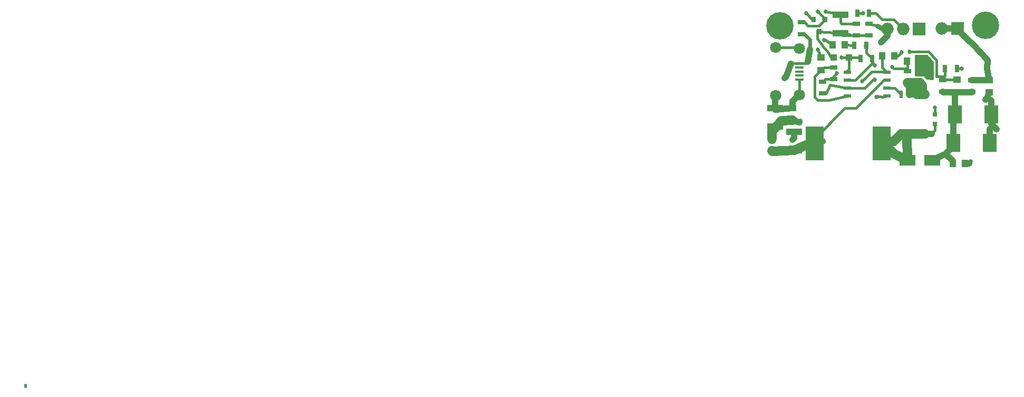
<source format=gtl>
G04 #@! TF.GenerationSoftware,KiCad,Pcbnew,5.1.6-c6e7f7d~87~ubuntu20.04.1*
G04 #@! TF.CreationDate,2021-06-05T20:06:15-07:00*
G04 #@! TF.ProjectId,NixieSupply5vto170vDCMBoostMini,4e697869-6553-4757-9070-6c793576746f,rev?*
G04 #@! TF.SameCoordinates,Original*
G04 #@! TF.FileFunction,Copper,L1,Top*
G04 #@! TF.FilePolarity,Positive*
%FSLAX46Y46*%
G04 Gerber Fmt 4.6, Leading zero omitted, Abs format (unit mm)*
G04 Created by KiCad (PCBNEW 5.1.6-c6e7f7d~87~ubuntu20.04.1) date 2021-06-05 20:06:15*
%MOMM*%
%LPD*%
G01*
G04 APERTURE LIST*
G04 #@! TA.AperFunction,ComponentPad*
%ADD10C,4.400000*%
G04 #@! TD*
G04 #@! TA.AperFunction,SMDPad,CuDef*
%ADD11R,0.800000X0.900000*%
G04 #@! TD*
G04 #@! TA.AperFunction,SMDPad,CuDef*
%ADD12R,1.143000X0.508000*%
G04 #@! TD*
G04 #@! TA.AperFunction,SMDPad,CuDef*
%ADD13R,1.350000X0.400000*%
G04 #@! TD*
G04 #@! TA.AperFunction,ComponentPad*
%ADD14C,1.800000*%
G04 #@! TD*
G04 #@! TA.AperFunction,SMDPad,CuDef*
%ADD15R,0.700000X1.300000*%
G04 #@! TD*
G04 #@! TA.AperFunction,SMDPad,CuDef*
%ADD16R,1.300000X0.700000*%
G04 #@! TD*
G04 #@! TA.AperFunction,SMDPad,CuDef*
%ADD17R,0.750000X0.800000*%
G04 #@! TD*
G04 #@! TA.AperFunction,SMDPad,CuDef*
%ADD18R,1.000000X1.250000*%
G04 #@! TD*
G04 #@! TA.AperFunction,SMDPad,CuDef*
%ADD19R,1.250000X1.000000*%
G04 #@! TD*
G04 #@! TA.AperFunction,SMDPad,CuDef*
%ADD20R,0.508000X1.143000*%
G04 #@! TD*
G04 #@! TA.AperFunction,SMDPad,CuDef*
%ADD21R,1.000000X1.000000*%
G04 #@! TD*
G04 #@! TA.AperFunction,SMDPad,CuDef*
%ADD22R,2.900000X5.400000*%
G04 #@! TD*
G04 #@! TA.AperFunction,SMDPad,CuDef*
%ADD23R,2.200000X3.000000*%
G04 #@! TD*
G04 #@! TA.AperFunction,SMDPad,CuDef*
%ADD24R,2.500000X1.000000*%
G04 #@! TD*
G04 #@! TA.AperFunction,SMDPad,CuDef*
%ADD25R,2.500000X1.800000*%
G04 #@! TD*
G04 #@! TA.AperFunction,ComponentPad*
%ADD26O,1.998980X1.998980*%
G04 #@! TD*
G04 #@! TA.AperFunction,ComponentPad*
%ADD27R,1.998980X1.998980*%
G04 #@! TD*
G04 #@! TA.AperFunction,ViaPad*
%ADD28C,0.685800*%
G04 #@! TD*
G04 #@! TA.AperFunction,Conductor*
%ADD29C,0.381000*%
G04 #@! TD*
G04 #@! TA.AperFunction,Conductor*
%ADD30C,1.000000*%
G04 #@! TD*
G04 #@! TA.AperFunction,Conductor*
%ADD31C,0.400000*%
G04 #@! TD*
G04 #@! TA.AperFunction,Conductor*
%ADD32C,1.500000*%
G04 #@! TD*
G04 #@! TA.AperFunction,Conductor*
%ADD33C,0.800000*%
G04 #@! TD*
G04 #@! TA.AperFunction,Conductor*
%ADD34C,0.600000*%
G04 #@! TD*
G04 #@! TA.AperFunction,Conductor*
%ADD35C,0.254000*%
G04 #@! TD*
G04 APERTURE END LIST*
D10*
G04 #@! TO.P,J2,1*
G04 #@! TO.N,GND*
X171684000Y-85269000D03*
G04 #@! TD*
D11*
G04 #@! TO.P,Q26,1*
G04 #@! TO.N,Net-(Q26-Pad1)*
X145928120Y-84326220D03*
G04 #@! TO.P,Q26,2*
G04 #@! TO.N,GND*
X144028120Y-84326220D03*
G04 #@! TO.P,Q26,3*
G04 #@! TO.N,Net-(C14-Pad1)*
X144978120Y-86326220D03*
G04 #@! TD*
D12*
G04 #@! TO.P,U1,8*
G04 #@! TO.N,Net-(C10-Pad1)*
X155829000Y-92837000D03*
G04 #@! TO.P,U1,7*
G04 #@! TO.N,Net-(C9-Pad1)*
X155829000Y-94107000D03*
G04 #@! TO.P,U1,6*
G04 #@! TO.N,Net-(Q1-Pad4)*
X155829000Y-95377000D03*
G04 #@! TO.P,U1,5*
G04 #@! TO.N,GND*
X155829000Y-96647000D03*
G04 #@! TO.P,U1,4*
G04 #@! TO.N,Net-(C7-Pad1)*
X149479000Y-96647000D03*
G04 #@! TO.P,U1,3*
G04 #@! TO.N,Net-(C11-Pad1)*
X149479000Y-95377000D03*
G04 #@! TO.P,U1,2*
G04 #@! TO.N,Net-(C6-Pad2)*
X149479000Y-94107000D03*
G04 #@! TO.P,U1,1*
G04 #@! TO.N,Net-(C5-Pad1)*
X149479000Y-92837000D03*
G04 #@! TD*
D13*
G04 #@! TO.P,P1,1*
G04 #@! TO.N,5v_Power*
X141812000Y-91410000D03*
G04 #@! TO.P,P1,2*
G04 #@! TO.N,Net-(P1-Pad2)*
X141812000Y-92060000D03*
G04 #@! TO.P,P1,3*
G04 #@! TO.N,Net-(P1-Pad3)*
X141812000Y-92710000D03*
G04 #@! TO.P,P1,4*
G04 #@! TO.N,Net-(P1-Pad4)*
X141812000Y-93360000D03*
G04 #@! TO.P,P1,5*
G04 #@! TO.N,GND*
X141812000Y-94010000D03*
D14*
G04 #@! TO.P,P1,6*
X141812000Y-88985000D03*
X141787000Y-96435000D03*
X137987000Y-88835000D03*
X137987000Y-96585000D03*
G04 #@! TD*
D15*
G04 #@! TO.P,R16,1*
G04 #@! TO.N,Net-(C6-Pad2)*
X165166000Y-92202000D03*
G04 #@! TO.P,R16,2*
G04 #@! TO.N,GND*
X167066000Y-92202000D03*
G04 #@! TD*
D16*
G04 #@! TO.P,R15,1*
G04 #@! TO.N,Net-(C1-Pad1)*
X164846000Y-95946000D03*
G04 #@! TO.P,R15,2*
G04 #@! TO.N,Net-(C6-Pad2)*
X164846000Y-94046000D03*
G04 #@! TD*
G04 #@! TO.P,R10,1*
G04 #@! TO.N,Net-(Q1-Pad1)*
X161277300Y-94650600D03*
G04 #@! TO.P,R10,2*
G04 #@! TO.N,GND*
X161277300Y-92750600D03*
G04 #@! TD*
G04 #@! TO.P,R8,1*
G04 #@! TO.N,Net-(Q1-Pad1)*
X159143700Y-94523600D03*
G04 #@! TO.P,R8,2*
G04 #@! TO.N,Net-(C11-Pad1)*
X159143700Y-92623600D03*
G04 #@! TD*
D15*
G04 #@! TO.P,R5,1*
G04 #@! TO.N,Net-(C6-Pad2)*
X152504180Y-88521540D03*
G04 #@! TO.P,R5,2*
G04 #@! TO.N,Net-(C5-Pad2)*
X150604180Y-88521540D03*
G04 #@! TD*
G04 #@! TO.P,R3,1*
G04 #@! TO.N,Net-(C6-Pad2)*
X153464300Y-90601800D03*
G04 #@! TO.P,R3,2*
G04 #@! TO.N,Net-(C5-Pad1)*
X151564300Y-90601800D03*
G04 #@! TD*
D16*
G04 #@! TO.P,R2,1*
G04 #@! TO.N,Net-(C7-Pad1)*
X147320000Y-92014000D03*
G04 #@! TO.P,R2,2*
G04 #@! TO.N,Net-(C10-Pad1)*
X147320000Y-93914000D03*
G04 #@! TD*
G04 #@! TO.P,L5,1*
G04 #@! TO.N,+160V*
X169456100Y-94084100D03*
G04 #@! TO.P,L5,2*
G04 #@! TO.N,Net-(C1-Pad1)*
X169456100Y-95984100D03*
G04 #@! TD*
G04 #@! TO.P,L2,1*
G04 #@! TO.N,Net-(C9-Pad1)*
X137403840Y-105455760D03*
G04 #@! TO.P,L2,2*
G04 #@! TO.N,5v_Power*
X137403840Y-103555760D03*
G04 #@! TD*
D17*
G04 #@! TO.P,C15,1*
G04 #@! TO.N,Net-(C15-Pad1)*
X163576000Y-101080000D03*
G04 #@! TO.P,C15,2*
G04 #@! TO.N,GND*
X163576000Y-99580000D03*
G04 #@! TD*
D18*
G04 #@! TO.P,C11,1*
G04 #@! TO.N,Net-(C11-Pad1)*
X159020000Y-91059000D03*
G04 #@! TO.P,C11,2*
G04 #@! TO.N,GND*
X161020000Y-91059000D03*
G04 #@! TD*
D19*
G04 #@! TO.P,C7,1*
G04 #@! TO.N,Net-(C7-Pad1)*
X145288000Y-92440000D03*
G04 #@! TO.P,C7,2*
G04 #@! TO.N,GND*
X145288000Y-90440000D03*
G04 #@! TD*
D18*
G04 #@! TO.P,C5,1*
G04 #@! TO.N,Net-(C5-Pad1)*
X147082000Y-88392000D03*
G04 #@! TO.P,C5,2*
G04 #@! TO.N,Net-(C5-Pad2)*
X149082000Y-88392000D03*
G04 #@! TD*
D20*
G04 #@! TO.P,Q1,8*
G04 #@! TO.N,Net-(C15-Pad1)*
X161925000Y-102743000D03*
G04 #@! TO.P,Q1,7*
X160655000Y-102743000D03*
G04 #@! TO.P,Q1,6*
X159385000Y-102743000D03*
G04 #@! TO.P,Q1,5*
X158115000Y-102743000D03*
G04 #@! TO.P,Q1,4*
G04 #@! TO.N,Net-(Q1-Pad4)*
X158115000Y-96393000D03*
G04 #@! TO.P,Q1,3*
G04 #@! TO.N,Net-(Q1-Pad1)*
X159385000Y-96393000D03*
G04 #@! TO.P,Q1,2*
X160655000Y-96393000D03*
G04 #@! TO.P,Q1,1*
X161925000Y-96393000D03*
G04 #@! TD*
D16*
G04 #@! TO.P,R4,1*
G04 #@! TO.N,Net-(Q26-Pad1)*
X142143480Y-84805480D03*
G04 #@! TO.P,R4,2*
G04 #@! TO.N,5v_Power*
X142143480Y-86705480D03*
G04 #@! TD*
D18*
G04 #@! TO.P,C12,1*
G04 #@! TO.N,Net-(C1-Pad1)*
X166386000Y-107442000D03*
G04 #@! TO.P,C12,2*
G04 #@! TO.N,GND*
X168386000Y-107442000D03*
G04 #@! TD*
D19*
G04 #@! TO.P,C6,1*
G04 #@! TO.N,Net-(C1-Pad1)*
X167132000Y-95996000D03*
G04 #@! TO.P,C6,2*
G04 #@! TO.N,Net-(C6-Pad2)*
X167132000Y-93996000D03*
G04 #@! TD*
D21*
G04 #@! TO.P,D2,1*
G04 #@! TO.N,Net-(C14-Pad1)*
X147258720Y-90434160D03*
G04 #@! TO.P,D2,2*
G04 #@! TO.N,Net-(C5-Pad1)*
X149758720Y-90434160D03*
G04 #@! TD*
D16*
G04 #@! TO.P,R7,1*
G04 #@! TO.N,Net-(C14-Pad1)*
X152963880Y-86918840D03*
G04 #@! TO.P,R7,2*
G04 #@! TO.N,5v_Power*
X152963880Y-85018840D03*
G04 #@! TD*
G04 #@! TO.P,R9,1*
G04 #@! TO.N,GND*
X150891240Y-84988360D03*
G04 #@! TO.P,R9,2*
G04 #@! TO.N,Net-(C14-Pad1)*
X150891240Y-86888360D03*
G04 #@! TD*
D19*
G04 #@! TO.P,C18,1*
G04 #@! TO.N,5v_Power*
X140703300Y-100555300D03*
G04 #@! TO.P,C18,2*
G04 #@! TO.N,GND*
X140703300Y-98555300D03*
G04 #@! TD*
D15*
G04 #@! TO.P,R1,1*
G04 #@! TO.N,Net-(Q26-Pad1)*
X151071540Y-83372960D03*
G04 #@! TO.P,R1,2*
G04 #@! TO.N,N_ENABLE*
X152971540Y-83372960D03*
G04 #@! TD*
D19*
G04 #@! TO.P,C3,1*
G04 #@! TO.N,+160V*
X172275500Y-94046800D03*
G04 #@! TO.P,C3,2*
G04 #@! TO.N,GND*
X172275500Y-96046800D03*
G04 #@! TD*
D10*
G04 #@! TO.P,J3,1*
G04 #@! TO.N,GND*
X138684000Y-85344000D03*
G04 #@! TD*
D18*
G04 #@! TO.P,C10,1*
G04 #@! TO.N,Net-(C10-Pad1)*
X155057600Y-90220800D03*
G04 #@! TO.P,C10,2*
G04 #@! TO.N,GND*
X157057600Y-90220800D03*
G04 #@! TD*
D16*
G04 #@! TO.P,R12,1*
G04 #@! TO.N,Net-(C11-Pad1)*
X145542000Y-96200000D03*
G04 #@! TO.P,R12,2*
G04 #@! TO.N,Net-(C10-Pad1)*
X145542000Y-94300000D03*
G04 #@! TD*
D22*
G04 #@! TO.P,L3,1*
G04 #@! TO.N,Net-(C15-Pad1)*
X155006000Y-104267000D03*
G04 #@! TO.P,L3,2*
G04 #@! TO.N,Net-(C9-Pad1)*
X144206000Y-104267000D03*
G04 #@! TD*
D23*
G04 #@! TO.P,C1,1*
G04 #@! TO.N,Net-(C1-Pad1)*
X166518000Y-104140000D03*
G04 #@! TO.P,C1,2*
G04 #@! TO.N,GND*
X172318000Y-104140000D03*
G04 #@! TD*
G04 #@! TO.P,C2,1*
G04 #@! TO.N,Net-(C1-Pad1)*
X166772000Y-99568000D03*
G04 #@! TO.P,C2,2*
G04 #@! TO.N,GND*
X172572000Y-99568000D03*
G04 #@! TD*
D24*
G04 #@! TO.P,C9,1*
G04 #@! TO.N,Net-(C9-Pad1)*
X140970000Y-105386000D03*
G04 #@! TO.P,C9,2*
G04 #@! TO.N,GND*
X140970000Y-102386000D03*
G04 #@! TD*
G04 #@! TO.P,C16,1*
G04 #@! TO.N,5v_Power*
X137911840Y-101555680D03*
G04 #@! TO.P,C16,2*
G04 #@! TO.N,GND*
X137911840Y-98555680D03*
G04 #@! TD*
D25*
G04 #@! TO.P,D1,1*
G04 #@! TO.N,Net-(C1-Pad1)*
X163099500Y-106997500D03*
G04 #@! TO.P,D1,2*
G04 #@! TO.N,Net-(C15-Pad1)*
X159099500Y-106997500D03*
G04 #@! TD*
D26*
G04 #@! TO.P,J1,2*
G04 #@! TO.N,+160V*
X164673280Y-85831680D03*
D27*
G04 #@! TO.P,J1,1*
X167213280Y-85831680D03*
G04 #@! TD*
D26*
G04 #@! TO.P,J6,3*
G04 #@! TO.N,5v_Power*
X155874720Y-85852000D03*
D27*
G04 #@! TO.P,J6,1*
G04 #@! TO.N,GND*
X160954720Y-85852000D03*
D26*
G04 #@! TO.P,J6,2*
G04 #@! TO.N,N_ENABLE*
X158414720Y-85852000D03*
G04 #@! TD*
D24*
G04 #@! TO.P,C14,1*
G04 #@! TO.N,Net-(C14-Pad1)*
X148351240Y-86574760D03*
G04 #@! TO.P,C14,2*
G04 #@! TO.N,GND*
X148351240Y-83574760D03*
G04 #@! TD*
D28*
G04 #@! TO.N,GND*
X162648000Y-93645000D03*
X162298000Y-91920000D03*
X162848000Y-91195000D03*
X140716000Y-103632000D03*
X144780000Y-89154000D03*
X146050000Y-83058000D03*
X142875000Y-83350100D03*
X162573000Y-92845000D03*
X162026600Y-91097100D03*
X158165800Y-89623900D03*
X154178000Y-96774000D03*
X163576000Y-98450400D03*
X167830500Y-92252800D03*
X171691300Y-97256600D03*
X172478700Y-97282000D03*
X173405800Y-101942900D03*
X172415200Y-101904800D03*
X169329100Y-107149900D03*
G04 #@! TO.N,Net-(C5-Pad1)*
X145796000Y-87630000D03*
X148590000Y-90424000D03*
G04 #@! TO.N,Net-(C11-Pad1)*
X156718000Y-91948000D03*
X153924000Y-93980000D03*
G04 #@! TO.N,5v_Power*
X143510000Y-89154000D03*
X154929840Y-87950040D03*
X141986000Y-100584000D03*
X139446000Y-93726000D03*
G04 #@! TO.N,Net-(C6-Pad2)*
X159512000Y-89535000D03*
X153924000Y-91694000D03*
G04 #@! TO.N,Net-(C10-Pad1)*
X151892000Y-94234000D03*
X147828000Y-92964000D03*
G04 #@! TO.N,Net-(Q26-Pad1)*
X144754600Y-83073240D03*
X152013920Y-83367880D03*
G04 #@! TD*
D29*
G04 #@! TO.N,*
X17526000Y-143263300D02*
X17526000Y-142989300D01*
G04 #@! TO.N,GND*
X150891240Y-84988360D02*
X148523920Y-84988360D01*
X148351240Y-84815680D02*
X148351240Y-83574760D01*
X148523920Y-84988360D02*
X148351240Y-84815680D01*
X162298000Y-91920000D02*
X162573000Y-91470000D01*
X162610400Y-93607400D02*
X162648000Y-93645000D01*
X162573000Y-92845000D02*
X162610400Y-93607400D01*
X162573000Y-91470000D02*
X162848000Y-91195000D01*
X137987000Y-88835000D02*
X141662000Y-88835000D01*
X141662000Y-88835000D02*
X141812000Y-88985000D01*
X141812000Y-94010000D02*
X141812000Y-96410000D01*
X141812000Y-96410000D02*
X141787000Y-96435000D01*
D30*
X140970000Y-102386000D02*
X140970000Y-103378000D01*
X140970000Y-103378000D02*
X140716000Y-103632000D01*
X140703300Y-98555300D02*
X137930000Y-98822000D01*
X137930000Y-98822000D02*
X137922000Y-98830000D01*
X140703300Y-98555300D02*
X140716000Y-97506000D01*
X140716000Y-97506000D02*
X141787000Y-96435000D01*
X137922000Y-98830000D02*
X137922000Y-96650000D01*
X137922000Y-96650000D02*
X137987000Y-96585000D01*
D29*
X145288000Y-90440000D02*
X144764000Y-89170000D01*
X144764000Y-89170000D02*
X144780000Y-89154000D01*
X147828000Y-83590000D02*
X147828000Y-83413600D01*
X147828000Y-83413600D02*
X146050000Y-83058000D01*
X143687760Y-84283040D02*
X143068000Y-83543100D01*
X143068000Y-83543100D02*
X142875000Y-83350100D01*
X161277300Y-92750600D02*
X162507000Y-92911000D01*
X162507000Y-92911000D02*
X162573000Y-92845000D01*
X161020000Y-91059000D02*
X161988500Y-91059000D01*
X161988500Y-91059000D02*
X162026600Y-91097100D01*
X157057600Y-90220800D02*
X157568900Y-90220800D01*
X157568900Y-90220800D02*
X158165800Y-89623900D01*
X155194000Y-96774000D02*
X154178000Y-96634300D01*
X154178000Y-96634300D02*
X154178000Y-96774000D01*
X155829000Y-96647000D02*
X155194000Y-96774000D01*
X163576000Y-99580000D02*
X163576000Y-98450400D01*
X167066000Y-92202000D02*
X167779700Y-92202000D01*
X167779700Y-92202000D02*
X167830500Y-92252800D01*
D30*
X172572000Y-99568000D02*
X172572000Y-97375300D01*
X171958000Y-96989900D02*
X172275500Y-96046800D01*
X171691300Y-97256600D02*
X171958000Y-96989900D01*
X172572000Y-97375300D02*
X172478700Y-97282000D01*
X172318000Y-104140000D02*
X172318000Y-102002000D01*
X172572000Y-101109100D02*
X172572000Y-99568000D01*
X173405800Y-101942900D02*
X172572000Y-101109100D01*
X172318000Y-102002000D02*
X172415200Y-101904800D01*
X168386000Y-107442000D02*
X169037000Y-107442000D01*
D29*
X169037000Y-107442000D02*
X169329100Y-107149900D01*
G04 #@! TO.N,Net-(C5-Pad1)*
X149758720Y-90434160D02*
X148600160Y-90434160D01*
X145872200Y-87553800D02*
X147082000Y-88392000D01*
X145796000Y-87630000D02*
X145872200Y-87553800D01*
X148600160Y-90434160D02*
X148590000Y-90424000D01*
X149758720Y-90434160D02*
X151396660Y-90434160D01*
X151396660Y-90434160D02*
X151564300Y-90601800D01*
X149479000Y-92837000D02*
X149479000Y-92583000D01*
X149479000Y-92583000D02*
X149758720Y-92303280D01*
X149758720Y-92303280D02*
X149758720Y-90434160D01*
G04 #@! TO.N,Net-(C5-Pad2)*
X150408600Y-88544400D02*
X149107400Y-88366600D01*
X149107400Y-88366600D02*
X149082000Y-88392000D01*
G04 #@! TO.N,Net-(C7-Pad1)*
X147320000Y-92014000D02*
X145714000Y-92014000D01*
X145714000Y-92014000D02*
X145288000Y-92440000D01*
D31*
X145288000Y-92440000D02*
X144780000Y-92964000D01*
X146558000Y-97282000D02*
X149479000Y-96647000D01*
X144780000Y-97282000D02*
X146558000Y-97282000D01*
X144272000Y-96774000D02*
X144780000Y-97282000D01*
X144272000Y-93472000D02*
X144272000Y-96774000D01*
X144780000Y-92964000D02*
X144272000Y-93472000D01*
D29*
G04 #@! TO.N,Net-(C11-Pad1)*
X149479000Y-95377000D02*
X152273000Y-95377000D01*
X156972000Y-92202000D02*
X159143700Y-92202000D01*
X156718000Y-91948000D02*
X156972000Y-92202000D01*
X153670000Y-93980000D02*
X153924000Y-93980000D01*
X152273000Y-95377000D02*
X153670000Y-93980000D01*
X145542000Y-96200000D02*
X146116000Y-96200000D01*
X146116000Y-96200000D02*
X146685000Y-94869000D01*
X146685000Y-94869000D02*
X149479000Y-95377000D01*
X159143700Y-92623600D02*
X159143700Y-92202000D01*
X159143700Y-92202000D02*
X159143700Y-91182700D01*
X159143700Y-91182700D02*
X159020000Y-91059000D01*
D30*
G04 #@! TO.N,Net-(C15-Pad1)*
X161925000Y-102743000D02*
X162991800Y-102743000D01*
D29*
X163576000Y-102158800D02*
X163576000Y-101080000D01*
X162991800Y-102743000D02*
X163576000Y-102158800D01*
D32*
X159099500Y-106997500D02*
X157038000Y-105918000D01*
X157038000Y-105918000D02*
X155006000Y-103886000D01*
X159099500Y-106997500D02*
X159036000Y-103092000D01*
D30*
X159036000Y-103092000D02*
X159385000Y-102743000D01*
D32*
X160655000Y-102743000D02*
X161925000Y-102743000D01*
X159385000Y-102743000D02*
X160655000Y-102743000D01*
X155006000Y-103886000D02*
X156972000Y-103886000D01*
X156972000Y-103886000D02*
X158115000Y-102743000D01*
X158115000Y-102743000D02*
X159385000Y-102743000D01*
D30*
G04 #@! TO.N,+160V*
X167274240Y-85811360D02*
X164734240Y-85811360D01*
X169456100Y-94084100D02*
X172238200Y-94084100D01*
X172238200Y-94084100D02*
X172275500Y-94046800D01*
X171998640Y-90906600D02*
X169636440Y-88331040D01*
X171958000Y-92303600D02*
X171998640Y-90906600D01*
X172275500Y-94046800D02*
X171958000Y-92303600D01*
X168747440Y-87576660D02*
X167132000Y-85852000D01*
X169636440Y-88331040D02*
X168747440Y-87576660D01*
D31*
G04 #@! TO.N,Net-(Q1-Pad4)*
X155829000Y-95377000D02*
X157099000Y-95377000D01*
X157099000Y-95377000D02*
X158115000Y-96393000D01*
D32*
G04 #@! TO.N,Net-(Q1-Pad1)*
X160655000Y-96393000D02*
X160655000Y-94523600D01*
X160655000Y-94523600D02*
X160436600Y-94742000D01*
X160274000Y-94742000D02*
X160274000Y-94523600D01*
X160436600Y-94742000D02*
X160274000Y-94742000D01*
X161544000Y-96393000D02*
X161544000Y-94917300D01*
X161544000Y-94917300D02*
X161277300Y-94650600D01*
X159143700Y-94523600D02*
X160274000Y-94523600D01*
X160274000Y-94523600D02*
X161150300Y-94523600D01*
X161150300Y-94523600D02*
X161277300Y-94650600D01*
D30*
X159385000Y-96393000D02*
X159385000Y-94764900D01*
D32*
X159385000Y-94764900D02*
X159143700Y-94523600D01*
D30*
X160655000Y-96393000D02*
X159385000Y-96393000D01*
D32*
X161925000Y-96393000D02*
X161544000Y-96393000D01*
X161544000Y-96393000D02*
X160655000Y-96393000D01*
D30*
G04 #@! TO.N,5v_Power*
X155874720Y-87005160D02*
X155874720Y-85852000D01*
X154929840Y-87950040D02*
X155874720Y-87005160D01*
D31*
X152963880Y-85018840D02*
X154327860Y-85374480D01*
D33*
X154327860Y-85374480D02*
X155183920Y-85852000D01*
X155183920Y-85852000D02*
X155874720Y-85852000D01*
D34*
X142143480Y-86705480D02*
X142651520Y-86705480D01*
X142651520Y-86705480D02*
X143510000Y-87563960D01*
X143510000Y-87563960D02*
X143510000Y-89154000D01*
D29*
X141812000Y-91410000D02*
X140462000Y-91410000D01*
X142544000Y-91410000D02*
X140462000Y-91410000D01*
D30*
X139446000Y-93726000D02*
X139700000Y-93472000D01*
X139700000Y-93472000D02*
X140432000Y-91440000D01*
D31*
X141748000Y-100822000D02*
X141986000Y-100584000D01*
D30*
X141748000Y-100822000D02*
X140703300Y-100555300D01*
D29*
X140462000Y-91410000D02*
X140432000Y-91440000D01*
X142544000Y-91410000D02*
X142916074Y-91340261D01*
D30*
X143510000Y-89154000D02*
X143140074Y-91116261D01*
D29*
X142916074Y-91340261D02*
X143140074Y-91116261D01*
D32*
X140703300Y-100555300D02*
X138882120Y-100568760D01*
X138882120Y-100568760D02*
X137922000Y-101830000D01*
X137403840Y-103555760D02*
X137414000Y-102338000D01*
X137414000Y-102338000D02*
X137922000Y-101830000D01*
D30*
G04 #@! TO.N,Net-(C1-Pad1)*
X167132000Y-95996000D02*
X164896000Y-95996000D01*
X164896000Y-95996000D02*
X164846000Y-95946000D01*
X167132000Y-95996000D02*
X169444200Y-95996000D01*
X169444200Y-95996000D02*
X169456100Y-95984100D01*
X166772000Y-99568000D02*
X166772000Y-96356000D01*
X166772000Y-96356000D02*
X167132000Y-95996000D01*
X166518000Y-104140000D02*
X166518000Y-99822000D01*
X166518000Y-99822000D02*
X166772000Y-99568000D01*
X166386000Y-107442000D02*
X166386000Y-107064300D01*
X166386000Y-107064300D02*
X165239700Y-105918000D01*
X165239700Y-105918000D02*
X163099500Y-106997500D01*
X166518000Y-104140000D02*
X166518000Y-104639700D01*
X166518000Y-104639700D02*
X165239700Y-105918000D01*
X165239700Y-105918000D02*
X163099500Y-106997500D01*
D29*
G04 #@! TO.N,Net-(C6-Pad2)*
X159512000Y-89535000D02*
X160401000Y-89535000D01*
X163830000Y-93472000D02*
X163830000Y-90868500D01*
X163830000Y-90868500D02*
X162496500Y-89535000D01*
X162496500Y-89535000D02*
X160401000Y-89535000D01*
X160401000Y-89535000D02*
X159575500Y-89535000D01*
D31*
X165166000Y-93406000D02*
X165100000Y-93472000D01*
X163830000Y-93472000D02*
X165100000Y-93472000D01*
X153924000Y-91694000D02*
X153464300Y-91234300D01*
X164846000Y-94046000D02*
X164846000Y-93726000D01*
X164846000Y-93726000D02*
X165166000Y-93406000D01*
X165166000Y-93406000D02*
X165166000Y-92202000D01*
X165166000Y-92202000D02*
X165166000Y-93406000D01*
X153464300Y-90601800D02*
X153464300Y-91234300D01*
D29*
X149479000Y-94107000D02*
X150749000Y-94107000D01*
X153464300Y-91391700D02*
X153464300Y-90601800D01*
X150749000Y-94107000D02*
X153464300Y-91391700D01*
X153464300Y-90601800D02*
X152524500Y-89662000D01*
X152524500Y-89662000D02*
X152524500Y-88760300D01*
X152524500Y-88760300D02*
X152308600Y-88544400D01*
X167132000Y-93996000D02*
X164896000Y-93996000D01*
X164896000Y-93996000D02*
X164846000Y-94046000D01*
G04 #@! TO.N,Net-(C14-Pad1)*
X152963880Y-86918840D02*
X150921720Y-86918840D01*
X150921720Y-86918840D02*
X150891240Y-86888360D01*
X150891240Y-86888360D02*
X148664840Y-86888360D01*
X148664840Y-86888360D02*
X148351240Y-86574760D01*
X147258720Y-90434160D02*
X146822160Y-90434160D01*
X146822160Y-90434160D02*
X146304000Y-89408000D01*
X146304000Y-89408000D02*
X145796000Y-88900000D01*
X145796000Y-88900000D02*
X144665700Y-87419180D01*
X144665700Y-87419180D02*
X144665700Y-86149180D01*
X144665700Y-86149180D02*
X144637760Y-86283040D01*
D31*
X149959060Y-86824860D02*
X147920800Y-86243200D01*
X147920800Y-86243200D02*
X147828000Y-86590000D01*
X152120600Y-86911220D02*
X150009860Y-86875660D01*
X150009860Y-86875660D02*
X149959060Y-86824860D01*
D29*
X147828000Y-86590000D02*
X146558000Y-86360000D01*
X146558000Y-86360000D02*
X144637760Y-86283040D01*
D31*
G04 #@! TO.N,N_ENABLE*
X158414720Y-85852000D02*
X158386780Y-85852000D01*
X158386780Y-85852000D02*
X156918660Y-84383880D01*
X156918660Y-84383880D02*
X155028900Y-84383880D01*
X155028900Y-84383880D02*
X154017980Y-83372960D01*
X154017980Y-83372960D02*
X152971540Y-83372960D01*
D29*
G04 #@! TO.N,Net-(C10-Pad1)*
X155057600Y-90220800D02*
X155057600Y-92065600D01*
X155057600Y-92065600D02*
X155829000Y-92837000D01*
X147320000Y-93914000D02*
X147320000Y-93472000D01*
X153416000Y-92710000D02*
X155702000Y-92710000D01*
X151892000Y-94234000D02*
X153416000Y-92710000D01*
X147320000Y-93472000D02*
X147828000Y-92964000D01*
X155702000Y-92710000D02*
X155829000Y-92837000D01*
X147320000Y-93914000D02*
X145928000Y-93914000D01*
X145928000Y-93914000D02*
X145542000Y-94300000D01*
D30*
G04 #@! TO.N,Net-(C9-Pad1)*
X144206000Y-103886000D02*
X144206000Y-103444000D01*
D31*
X144206000Y-103444000D02*
X149098000Y-98552000D01*
X150876000Y-98552000D02*
X155321000Y-94107000D01*
X149098000Y-98552000D02*
X150876000Y-98552000D01*
X155321000Y-94107000D02*
X155829000Y-94107000D01*
D30*
X144206000Y-103886000D02*
X145542000Y-103886000D01*
D32*
X140970000Y-105386000D02*
X137445840Y-105497760D01*
X137445840Y-105497760D02*
X137403840Y-105455760D01*
X144206000Y-103886000D02*
X144206000Y-103886000D01*
X144206000Y-103886000D02*
X140970000Y-105386000D01*
D31*
G04 #@! TO.N,Net-(Q26-Pad1)*
X151071540Y-83372960D02*
X152008840Y-83372960D01*
X144754600Y-83073240D02*
X145928120Y-84246760D01*
X152008840Y-83372960D02*
X152013920Y-83367880D01*
X145928120Y-84246760D02*
X145928120Y-84326220D01*
X142143480Y-84805480D02*
X142610800Y-84805480D01*
X142610800Y-84805480D02*
X143134080Y-85328760D01*
X143134080Y-85328760D02*
X144925580Y-85328760D01*
X144925580Y-85328760D02*
X145928120Y-84326220D01*
D29*
X145587760Y-84283040D02*
X145812000Y-84344000D01*
G04 #@! TD*
D35*
G04 #@! TO.N,GND*
G36*
X163196000Y-91168183D02*
G01*
X163196000Y-93956211D01*
X162262849Y-93873264D01*
X161871710Y-93390092D01*
X161854224Y-93372370D01*
X161833617Y-93358400D01*
X161810680Y-93348718D01*
X161775116Y-93343018D01*
X160400000Y-93320099D01*
X160400000Y-90147000D01*
X162290861Y-90147000D01*
X163196000Y-91168183D01*
G37*
X163196000Y-91168183D02*
X163196000Y-93956211D01*
X162262849Y-93873264D01*
X161871710Y-93390092D01*
X161854224Y-93372370D01*
X161833617Y-93358400D01*
X161810680Y-93348718D01*
X161775116Y-93343018D01*
X160400000Y-93320099D01*
X160400000Y-90147000D01*
X162290861Y-90147000D01*
X163196000Y-91168183D01*
G04 #@! TD*
M02*

</source>
